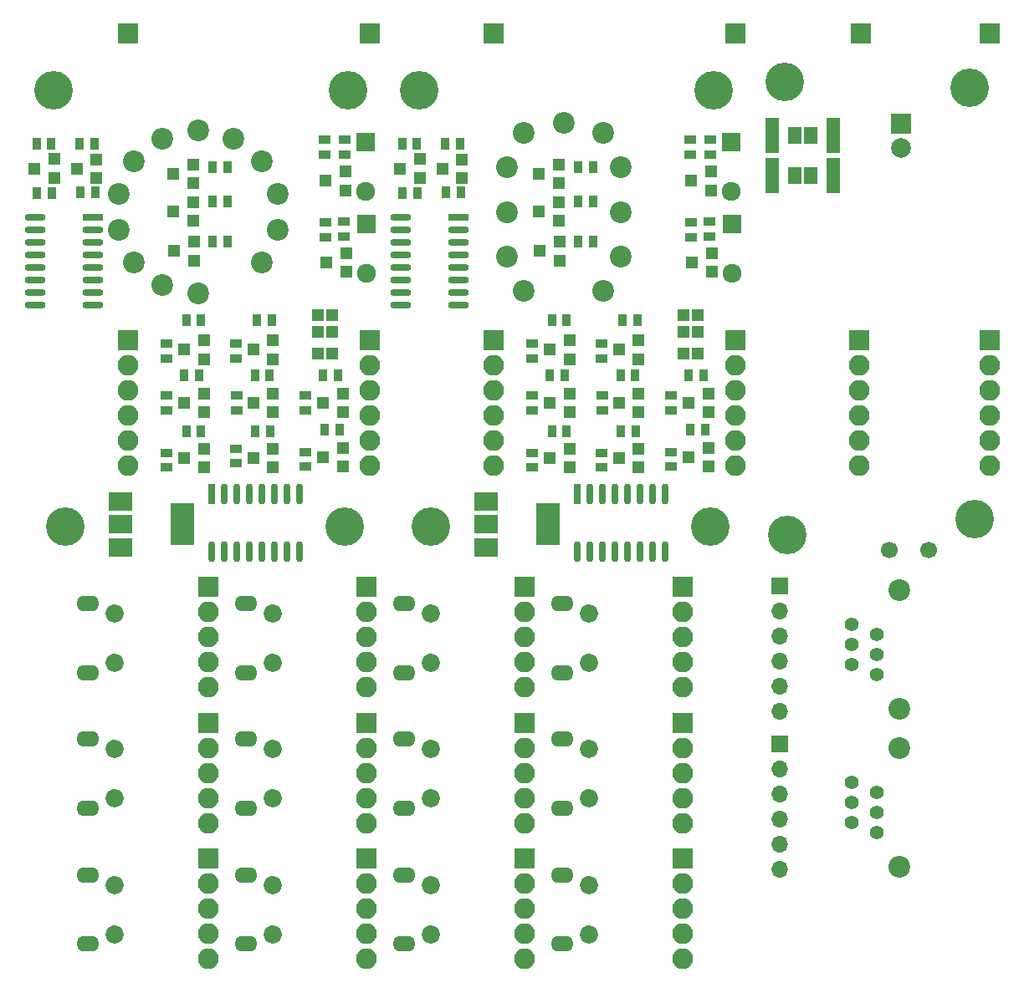
<source format=gbs>
%MOIN*%
%OFA0B0*%
%FSLAX46Y46*%
%IPPOS*%
%LPD*%
%ADD10C,0.0039370078740157488*%
%ADD11C,0.072834645669291348*%
%ADD12O,0.0905511811023622X0.062992125984251982*%
%ADD13R,0.082677165354330714X0.082677165354330714*%
%ADD14O,0.082677165354330714X0.082677165354330714*%
%ADD25C,0.0039370078740157488*%
%ADD26C,0.072834645669291348*%
%ADD27O,0.0905511811023622X0.062992125984251982*%
%ADD28R,0.082677165354330714X0.082677165354330714*%
%ADD29O,0.082677165354330714X0.082677165354330714*%
%ADD30C,0.0039370078740157488*%
%ADD31C,0.072834645669291348*%
%ADD32O,0.0905511811023622X0.062992125984251982*%
%ADD33R,0.082677165354330714X0.082677165354330714*%
%ADD34O,0.082677165354330714X0.082677165354330714*%
%ADD35C,0.0039370078740157488*%
%ADD36C,0.072834645669291348*%
%ADD37O,0.0905511811023622X0.062992125984251982*%
%ADD38R,0.082677165354330714X0.082677165354330714*%
%ADD39O,0.082677165354330714X0.082677165354330714*%
%ADD40C,0.0039370078740157488*%
%ADD41C,0.072834645669291348*%
%ADD42O,0.0905511811023622X0.062992125984251982*%
%ADD43R,0.082677165354330714X0.082677165354330714*%
%ADD44O,0.082677165354330714X0.082677165354330714*%
%ADD45C,0.0039370078740157488*%
%ADD46C,0.072834645669291348*%
%ADD47O,0.0905511811023622X0.062992125984251982*%
%ADD48R,0.082677165354330714X0.082677165354330714*%
%ADD49O,0.082677165354330714X0.082677165354330714*%
%ADD50C,0.0039370078740157488*%
%ADD51C,0.072834645669291348*%
%ADD52O,0.0905511811023622X0.062992125984251982*%
%ADD53R,0.082677165354330714X0.082677165354330714*%
%ADD54O,0.082677165354330714X0.082677165354330714*%
%ADD55C,0.0039370078740157488*%
%ADD56C,0.072834645669291348*%
%ADD57O,0.0905511811023622X0.062992125984251982*%
%ADD58R,0.082677165354330714X0.082677165354330714*%
%ADD59O,0.082677165354330714X0.082677165354330714*%
%ADD60C,0.0039370078740157488*%
%ADD61C,0.072834645669291348*%
%ADD62O,0.0905511811023622X0.062992125984251982*%
%ADD63R,0.082677165354330714X0.082677165354330714*%
%ADD64O,0.082677165354330714X0.082677165354330714*%
%ADD65C,0.0039370078740157488*%
%ADD66C,0.072834645669291348*%
%ADD67O,0.0905511811023622X0.062992125984251982*%
%ADD68R,0.082677165354330714X0.082677165354330714*%
%ADD69O,0.082677165354330714X0.082677165354330714*%
%ADD70C,0.0039370078740157488*%
%ADD71C,0.072834645669291348*%
%ADD72O,0.0905511811023622X0.062992125984251982*%
%ADD73R,0.082677165354330714X0.082677165354330714*%
%ADD74O,0.082677165354330714X0.082677165354330714*%
%ADD75C,0.0039370078740157488*%
%ADD76C,0.072834645669291348*%
%ADD77O,0.0905511811023622X0.062992125984251982*%
%ADD78R,0.082677165354330714X0.082677165354330714*%
%ADD79O,0.082677165354330714X0.082677165354330714*%
%ADD80C,0.0039370078740157488*%
%ADD81C,0.086614173228346469*%
%ADD82R,0.094488188976377951X0.16535433070866143*%
%ADD83R,0.094488188976377951X0.074803149606299218*%
%ADD84R,0.047244094488188976X0.0452755905511811*%
%ADD85R,0.051181102362204731X0.035433070866141732*%
%ADD86R,0.051181102362204731X0.047244094488188976*%
%ADD87R,0.084251968503937014X0.029133858267716535*%
%ADD88O,0.084251968503937014X0.029133858267716535*%
%ADD89R,0.029133858267716535X0.084251968503937014*%
%ADD90O,0.029133858267716535X0.084251968503937014*%
%ADD91R,0.035433070866141732X0.051181102362204731*%
%ADD92C,0.15354330708661418*%
%ADD93R,0.07574803149606299X0.07574803149606299*%
%ADD94C,0.07574803149606299*%
%ADD95R,0.082677165354330714X0.082677165354330714*%
%ADD96O,0.082677165354330714X0.082677165354330714*%
%ADD97C,0.0039370078740157488*%
%ADD98R,0.047244094488188976X0.0452755905511811*%
%ADD99C,0.15354330708661418*%
%ADD100C,0.086614173228346469*%
%ADD101R,0.051181102362204731X0.047244094488188976*%
%ADD102R,0.082677165354330714X0.082677165354330714*%
%ADD103R,0.035433070866141732X0.051181102362204731*%
%ADD104R,0.051181102362204731X0.035433070866141732*%
%ADD105R,0.029133858267716535X0.084251968503937014*%
%ADD106O,0.029133858267716535X0.084251968503937014*%
%ADD107R,0.084251968503937014X0.029133858267716535*%
%ADD108O,0.084251968503937014X0.029133858267716535*%
%ADD109O,0.082677165354330714X0.082677165354330714*%
%ADD110R,0.094488188976377951X0.16535433070866143*%
%ADD111R,0.094488188976377951X0.074803149606299218*%
%ADD112R,0.07574803149606299X0.07574803149606299*%
%ADD113C,0.07574803149606299*%
%ADD114C,0.0039370078740157488*%
%ADD115C,0.086614173228346469*%
%ADD116C,0.055118110236220472*%
%ADD117R,0.066929133858267723X0.066929133858267723*%
%ADD118O,0.066929133858267723X0.066929133858267723*%
%ADD119C,0.0039370078740157488*%
%ADD120C,0.086614173228346469*%
%ADD121C,0.055118110236220472*%
%ADD122R,0.066929133858267723X0.066929133858267723*%
%ADD123O,0.066929133858267723X0.066929133858267723*%
%ADD124C,0.0039370078740157488*%
%ADD125R,0.055118110236220472X0.14173228346456693*%
%ADD126R,0.055118110236220472X0.066929133858267723*%
%ADD127C,0.15354330708661418*%
%ADD128R,0.07874015748031496X0.07874015748031496*%
%ADD129C,0.07874015748031496*%
%ADD130C,0.066929133858267723*%
%ADD131R,0.082677165354330714X0.082677165354330714*%
%ADD132O,0.082677165354330714X0.082677165354330714*%
G01G01*
D10*
D11*
X0000196850Y0001181102D02*
X0000382283Y0001547244D03*
X0000382283Y0001350393D03*
D12*
X0000275984Y0001586614D03*
X0000275984Y0001311023D03*
D13*
X0000755905Y0001651574D03*
D14*
X0000755905Y0001551574D03*
X0000755905Y0001451574D03*
X0000755905Y0001351574D03*
X0000755905Y0001251574D03*
G04 next file*
G04 Gerber Fmt 4.6, Leading zero omitted, Abs format (unit mm)*
G04 Created by KiCad (PCBNEW 4.0.7) date 11/16/17 17:14:57*
G01G01*
G04 APERTURE LIST*
G04 APERTURE END LIST*
D25*
D26*
X0000196850Y0000639763D02*
X0000382283Y0001005905D03*
X0000382283Y0000809055D03*
D27*
X0000275984Y0001045275D03*
X0000275984Y0000769685D03*
D28*
X0000755905Y0001110236D03*
D29*
X0000755905Y0001010236D03*
X0000755905Y0000910236D03*
X0000755905Y0000810236D03*
X0000755905Y0000710236D03*
G04 next file*
G04 Gerber Fmt 4.6, Leading zero omitted, Abs format (unit mm)*
G04 Created by KiCad (PCBNEW 4.0.7) date 11/16/17 17:14:57*
G01G01*
G04 APERTURE LIST*
G04 APERTURE END LIST*
D30*
D31*
X0000196850Y0000098425D02*
X0000382283Y0000464566D03*
X0000382283Y0000267716D03*
D32*
X0000275984Y0000503937D03*
X0000275984Y0000228346D03*
D33*
X0000755905Y0000568897D03*
D34*
X0000755905Y0000468897D03*
X0000755905Y0000368897D03*
X0000755905Y0000268897D03*
X0000755905Y0000168897D03*
G04 next file*
G04 Gerber Fmt 4.6, Leading zero omitted, Abs format (unit mm)*
G04 Created by KiCad (PCBNEW 4.0.7) date 11/16/17 17:14:57*
G01G01*
G04 APERTURE LIST*
G04 APERTURE END LIST*
D35*
D36*
X0000826771Y0001181102D02*
X0001012204Y0001547244D03*
X0001012204Y0001350393D03*
D37*
X0000905905Y0001586614D03*
X0000905905Y0001311023D03*
D38*
X0001385826Y0001651574D03*
D39*
X0001385826Y0001551574D03*
X0001385826Y0001451574D03*
X0001385826Y0001351574D03*
X0001385826Y0001251574D03*
G04 next file*
G04 Gerber Fmt 4.6, Leading zero omitted, Abs format (unit mm)*
G04 Created by KiCad (PCBNEW 4.0.7) date 11/16/17 17:14:57*
G01G01*
G04 APERTURE LIST*
G04 APERTURE END LIST*
D40*
D41*
X0000826771Y0000639763D02*
X0001012204Y0001005905D03*
X0001012204Y0000809055D03*
D42*
X0000905905Y0001045275D03*
X0000905905Y0000769685D03*
D43*
X0001385826Y0001110236D03*
D44*
X0001385826Y0001010236D03*
X0001385826Y0000910236D03*
X0001385826Y0000810236D03*
X0001385826Y0000710236D03*
G04 next file*
G04 Gerber Fmt 4.6, Leading zero omitted, Abs format (unit mm)*
G04 Created by KiCad (PCBNEW 4.0.7) date 11/16/17 17:14:57*
G01G01*
G04 APERTURE LIST*
G04 APERTURE END LIST*
D45*
D46*
X0000826771Y0000098425D02*
X0001012204Y0000464566D03*
X0001012204Y0000267716D03*
D47*
X0000905905Y0000503937D03*
X0000905905Y0000228346D03*
D48*
X0001385826Y0000568897D03*
D49*
X0001385826Y0000468897D03*
X0001385826Y0000368897D03*
X0001385826Y0000268897D03*
X0001385826Y0000168897D03*
G04 next file*
G04 Gerber Fmt 4.6, Leading zero omitted, Abs format (unit mm)*
G04 Created by KiCad (PCBNEW 4.0.7) date 11/16/17 17:14:57*
G01G01*
G04 APERTURE LIST*
G04 APERTURE END LIST*
D50*
D51*
X0001456692Y0001181102D02*
X0001642125Y0001547244D03*
X0001642125Y0001350393D03*
D52*
X0001535826Y0001586614D03*
X0001535826Y0001311023D03*
D53*
X0002015748Y0001651574D03*
D54*
X0002015748Y0001551574D03*
X0002015748Y0001451574D03*
X0002015748Y0001351574D03*
X0002015748Y0001251574D03*
G04 next file*
G04 Gerber Fmt 4.6, Leading zero omitted, Abs format (unit mm)*
G04 Created by KiCad (PCBNEW 4.0.7) date 11/16/17 17:14:57*
G01G01*
G04 APERTURE LIST*
G04 APERTURE END LIST*
D55*
D56*
X0001456692Y0000639763D02*
X0001642125Y0001005905D03*
X0001642125Y0000809055D03*
D57*
X0001535826Y0001045275D03*
X0001535826Y0000769685D03*
D58*
X0002015748Y0001110236D03*
D59*
X0002015748Y0001010236D03*
X0002015748Y0000910236D03*
X0002015748Y0000810236D03*
X0002015748Y0000710236D03*
G04 next file*
G04 Gerber Fmt 4.6, Leading zero omitted, Abs format (unit mm)*
G04 Created by KiCad (PCBNEW 4.0.7) date 11/16/17 17:14:57*
G01G01*
G04 APERTURE LIST*
G04 APERTURE END LIST*
D60*
D61*
X0001456692Y0000098425D02*
X0001642125Y0000464566D03*
X0001642125Y0000267716D03*
D62*
X0001535826Y0000503937D03*
X0001535826Y0000228346D03*
D63*
X0002015748Y0000568897D03*
D64*
X0002015748Y0000468897D03*
X0002015748Y0000368897D03*
X0002015748Y0000268897D03*
X0002015748Y0000168897D03*
G04 next file*
G04 Gerber Fmt 4.6, Leading zero omitted, Abs format (unit mm)*
G04 Created by KiCad (PCBNEW 4.0.7) date 11/16/17 17:14:57*
G01G01*
G04 APERTURE LIST*
G04 APERTURE END LIST*
D65*
D66*
X0002086614Y0001181102D02*
X0002272047Y0001547244D03*
X0002272047Y0001350393D03*
D67*
X0002165748Y0001586614D03*
X0002165748Y0001311023D03*
D68*
X0002645669Y0001651574D03*
D69*
X0002645669Y0001551574D03*
X0002645669Y0001451574D03*
X0002645669Y0001351574D03*
X0002645669Y0001251574D03*
G04 next file*
G04 Gerber Fmt 4.6, Leading zero omitted, Abs format (unit mm)*
G04 Created by KiCad (PCBNEW 4.0.7) date 11/16/17 17:14:57*
G01G01*
G04 APERTURE LIST*
G04 APERTURE END LIST*
D70*
D71*
X0002086614Y0000639763D02*
X0002272047Y0001005905D03*
X0002272047Y0000809055D03*
D72*
X0002165748Y0001045275D03*
X0002165748Y0000769685D03*
D73*
X0002645669Y0001110236D03*
D74*
X0002645669Y0001010236D03*
X0002645669Y0000910236D03*
X0002645669Y0000810236D03*
X0002645669Y0000710236D03*
G04 next file*
G04 Gerber Fmt 4.6, Leading zero omitted, Abs format (unit mm)*
G04 Created by KiCad (PCBNEW 4.0.7) date 11/16/17 17:14:57*
G01G01*
G04 APERTURE LIST*
G04 APERTURE END LIST*
D75*
D76*
X0002086614Y0000098425D02*
X0002272047Y0000464566D03*
X0002272047Y0000267716D03*
D77*
X0002165748Y0000503937D03*
X0002165748Y0000228346D03*
D78*
X0002645669Y0000568897D03*
D79*
X0002645669Y0000468897D03*
X0002645669Y0000368897D03*
X0002645669Y0000268897D03*
X0002645669Y0000168897D03*
G04 next file*
G04 Gerber Fmt 4.6, Leading zero omitted, Abs format (unit mm)*
G04 Created by KiCad (PCBNEW 4.0.7) date 11/16/17 20:56:22*
G01G01*
G04 APERTURE LIST*
G04 APERTURE END LIST*
D80*
D81*
X0001456692Y0003937007D02*
X0002397368Y0003325362D03*
X0002397368Y0003148196D03*
X0002397368Y0002971031D03*
X0001944612Y0003325362D03*
X0001944612Y0003148196D03*
X0001944612Y0002971031D03*
X0002013510Y0003463157D03*
X0002328470Y0003463157D03*
X0002013510Y0002833236D03*
X0002328470Y0002833236D03*
X0002170990Y0003502527D03*
D82*
X0002110236Y0001901574D03*
D83*
X0001862204Y0001901574D03*
X0001862204Y0001992125D03*
X0001862204Y0001811023D03*
D84*
X0002706692Y0002669291D03*
X0002647637Y0002669291D03*
D85*
X0002755905Y0003437007D03*
X0002755905Y0003377952D03*
X0002677165Y0003377952D03*
X0002677165Y0003437007D03*
D86*
X0002757874Y0003309055D03*
X0002757874Y0003234251D03*
X0002679133Y0003271653D03*
D87*
X0001751968Y0003126771D03*
D88*
X0001751968Y0003076771D03*
X0001751968Y0003026771D03*
X0001751968Y0002976771D03*
X0001751968Y0002926771D03*
X0001751968Y0002876771D03*
X0001751968Y0002826771D03*
X0001521653Y0002826771D03*
X0001521653Y0002876771D03*
X0001521653Y0002926771D03*
X0001521653Y0002976771D03*
X0001521653Y0003026771D03*
X0001521653Y0003076771D03*
X0001521653Y0003126771D03*
X0001751968Y0002776771D03*
X0001521653Y0002776771D03*
D89*
X0002224015Y0002024803D03*
D90*
X0002274015Y0002024803D03*
X0002324015Y0002024803D03*
X0002374015Y0002024803D03*
X0002424015Y0002024803D03*
X0002474015Y0002024803D03*
X0002524015Y0002024803D03*
X0002524015Y0001794488D03*
X0002474015Y0001794488D03*
X0002424015Y0001794488D03*
X0002374015Y0001794488D03*
X0002324015Y0001794488D03*
X0002274015Y0001794488D03*
X0002224015Y0001794488D03*
X0002574015Y0002024803D03*
X0002574015Y0001794488D03*
D85*
X0002753937Y0003108267D03*
X0002753937Y0003049212D03*
X0002679133Y0003047244D03*
X0002679133Y0003106299D03*
D91*
X0002397637Y0002495078D03*
X0002456692Y0002495078D03*
X0002669291Y0002495078D03*
X0002728346Y0002495078D03*
X0002399606Y0002272637D03*
X0002458661Y0002272637D03*
X0002124015Y0002716535D03*
X0002183070Y0002716535D03*
X0002677165Y0002278543D03*
X0002736220Y0002278543D03*
X0002116141Y0002495078D03*
X0002175196Y0002495078D03*
X0002124015Y0002273622D03*
X0002183070Y0002273622D03*
X0001527559Y0003419291D03*
X0001586614Y0003419291D03*
X0002405511Y0002716535D03*
X0002464566Y0002716535D03*
X0001758858Y0003418307D03*
X0001699803Y0003418307D03*
X0002287401Y0003326771D03*
X0002228346Y0003326771D03*
X0002287401Y0003190944D03*
X0002228346Y0003190944D03*
X0002287401Y0003031496D03*
X0002228346Y0003031496D03*
D85*
X0002598425Y0002416338D03*
X0002598425Y0002357283D03*
X0002045275Y0002622047D03*
X0002045275Y0002562992D03*
X0002045275Y0002416338D03*
X0002045275Y0002357283D03*
X0002045275Y0002187992D03*
X0002045275Y0002128937D03*
X0002320866Y0002622047D03*
X0002320866Y0002562992D03*
X0002326771Y0002416338D03*
X0002326771Y0002357283D03*
X0002320866Y0002187992D03*
X0002320866Y0002128937D03*
X0002598425Y0002190944D03*
X0002598425Y0002131889D03*
D91*
X0001588582Y0003222440D03*
X0001529527Y0003222440D03*
X0001760826Y0003225393D03*
X0001701771Y0003225393D03*
D86*
X0002761811Y0002984251D03*
X0002761811Y0002909448D03*
X0002683070Y0002946850D03*
X0002151574Y0003336614D03*
X0002151574Y0003261811D03*
X0002072834Y0003299212D03*
X0002151574Y0003187007D03*
X0002151574Y0003112204D03*
X0002072834Y0003149606D03*
X0002155511Y0003029527D03*
X0002155511Y0002954724D03*
X0002076771Y0002992125D03*
X0002470472Y0002424212D03*
X0002470472Y0002349409D03*
X0002391732Y0002386811D03*
X0002748031Y0002424212D03*
X0002748031Y0002349409D03*
X0002669291Y0002386811D03*
X0002470472Y0002204724D03*
X0002470472Y0002129921D03*
X0002391732Y0002167322D03*
X0002194881Y0002635826D03*
X0002194881Y0002561023D03*
X0002116141Y0002598425D03*
X0002748031Y0002207677D03*
X0002748031Y0002132874D03*
X0002669291Y0002170275D03*
X0002194881Y0002424212D03*
X0002194881Y0002349409D03*
X0002116141Y0002386811D03*
X0002194881Y0002204724D03*
X0002194881Y0002129921D03*
X0002116141Y0002167322D03*
X0002470472Y0002635826D03*
X0002470472Y0002561023D03*
X0002391732Y0002598425D03*
X0001766732Y0003357283D03*
X0001766732Y0003282480D03*
X0001687992Y0003319881D03*
D84*
X0002647637Y0002584645D03*
X0002706692Y0002584645D03*
D86*
X0001598425Y0003358267D03*
X0001598425Y0003283464D03*
X0001519685Y0003320866D03*
D92*
X0002757086Y0001893700D03*
X0001641732Y0001893700D03*
X0001594488Y0003633858D03*
X0002767716Y0003633858D03*
D84*
X0002706692Y0002736220D03*
X0002647637Y0002736220D03*
D93*
X0002840551Y0003427165D03*
D94*
X0002840551Y0003230314D03*
D93*
X0002842519Y0003098425D03*
D94*
X0002842519Y0002901574D03*
D95*
X0001893700Y0002637795D03*
D96*
X0001893700Y0002537795D03*
X0001893700Y0002437795D03*
X0001893700Y0002337795D03*
X0001893700Y0002237795D03*
X0001893700Y0002137795D03*
D95*
X0002854330Y0002637795D03*
D96*
X0002854330Y0002537795D03*
X0002854330Y0002437795D03*
X0002854330Y0002337795D03*
X0002854330Y0002237795D03*
X0002854330Y0002137795D03*
D95*
X0002856299Y0003858267D03*
X0001893700Y0003858267D03*
G04 next file*
G04 Gerber Fmt 4.6, Leading zero omitted, Abs format (unit mm)*
G04 Created by KiCad (PCBNEW 4.0.7) date 11/16/17 21:01:15*
G01G01*
G04 APERTURE LIST*
G04 APERTURE END LIST*
D97*
D98*
X0000000000Y0003937007D02*
X0001250000Y0002736220D03*
X0001190944Y0002736220D03*
D99*
X0001311023Y0003633858D03*
X0000137795Y0003633858D03*
X0000185039Y0001893700D03*
X0001300393Y0001893700D03*
D100*
X0000714297Y0003473000D03*
X0000573370Y0003440834D03*
X0000460356Y0003350708D03*
X0000397637Y0003220472D03*
X0000397637Y0003075921D03*
X0000460356Y0002945685D03*
X0000573370Y0002855559D03*
X0000714297Y0002823393D03*
X0000968238Y0002945685D03*
X0001030957Y0003075921D03*
X0001030957Y0003220472D03*
X0000968238Y0003350708D03*
X0000855224Y0003440834D03*
D101*
X0000141732Y0003358267D03*
X0000141732Y0003283464D03*
X0000062992Y0003320866D03*
D98*
X0001190944Y0002584645D03*
X0001250000Y0002584645D03*
D102*
X0000437007Y0003858267D03*
D101*
X0000310039Y0003357283D03*
X0000310039Y0003282480D03*
X0000231299Y0003319881D03*
X0001013779Y0002635826D03*
X0001013779Y0002561023D03*
X0000935039Y0002598425D03*
X0000738188Y0002204724D03*
X0000738188Y0002129921D03*
X0000659448Y0002167322D03*
X0000738188Y0002424212D03*
X0000738188Y0002349409D03*
X0000659448Y0002386811D03*
X0001291338Y0002207677D03*
X0001291338Y0002132874D03*
X0001212598Y0002170275D03*
X0000738188Y0002635826D03*
X0000738188Y0002561023D03*
X0000659448Y0002598425D03*
X0001013779Y0002204724D03*
X0001013779Y0002129921D03*
X0000935039Y0002167322D03*
X0001291338Y0002424212D03*
X0001291338Y0002349409D03*
X0001212598Y0002386811D03*
X0001013779Y0002424212D03*
X0001013779Y0002349409D03*
X0000935039Y0002386811D03*
X0000698818Y0003029527D03*
X0000698818Y0002954724D03*
X0000620078Y0002992125D03*
X0000694881Y0003187007D03*
X0000694881Y0003112204D03*
X0000616141Y0003149606D03*
X0000694881Y0003336614D03*
X0000694881Y0003261811D03*
X0000616141Y0003299212D03*
X0001305118Y0002984251D03*
X0001305118Y0002909448D03*
X0001226377Y0002946850D03*
D103*
X0000304133Y0003225393D03*
X0000245078Y0003225393D03*
X0000131889Y0003222440D03*
X0000072834Y0003222440D03*
D104*
X0001141732Y0002190944D03*
X0001141732Y0002131889D03*
X0000864173Y0002622047D03*
X0000864173Y0002562992D03*
X0000588582Y0002187992D03*
X0000588582Y0002128937D03*
X0000588582Y0002416338D03*
X0000588582Y0002357283D03*
X0000588582Y0002622047D03*
X0000588582Y0002562992D03*
X0001141732Y0002416338D03*
X0001141732Y0002357283D03*
D103*
X0000830708Y0003031496D03*
X0000771653Y0003031496D03*
X0000830708Y0003190944D03*
X0000771653Y0003190944D03*
X0000830708Y0003326771D03*
X0000771653Y0003326771D03*
X0000302165Y0003418307D03*
X0000243110Y0003418307D03*
X0000948818Y0002716535D03*
X0001007874Y0002716535D03*
X0000070866Y0003419291D03*
X0000129921Y0003419291D03*
X0000667322Y0002273622D03*
X0000726377Y0002273622D03*
X0000659448Y0002495078D03*
X0000718503Y0002495078D03*
X0001220472Y0002278543D03*
X0001279527Y0002278543D03*
X0000667322Y0002716535D03*
X0000726377Y0002716535D03*
X0000942913Y0002272637D03*
X0001001968Y0002272637D03*
X0001212598Y0002495078D03*
X0001271653Y0002495078D03*
X0000940944Y0002495078D03*
X0001000000Y0002495078D03*
D104*
X0001222440Y0003047244D03*
X0001222440Y0003106299D03*
X0001297244Y0003108267D03*
X0001297244Y0003049212D03*
D105*
X0000767322Y0002024803D03*
D106*
X0000817322Y0002024803D03*
X0000867322Y0002024803D03*
X0000917322Y0002024803D03*
X0000967322Y0002024803D03*
X0001017322Y0002024803D03*
X0001067322Y0002024803D03*
X0001067322Y0001794488D03*
X0001017322Y0001794488D03*
X0000967322Y0001794488D03*
X0000917322Y0001794488D03*
X0000867322Y0001794488D03*
X0000817322Y0001794488D03*
X0000767322Y0001794488D03*
X0001117322Y0002024803D03*
X0001117322Y0001794488D03*
D107*
X0000295275Y0003126771D03*
D108*
X0000295275Y0003076771D03*
X0000295275Y0003026771D03*
X0000295275Y0002976771D03*
X0000295275Y0002926771D03*
X0000295275Y0002876771D03*
X0000295275Y0002826771D03*
X0000064960Y0002826771D03*
X0000064960Y0002876771D03*
X0000064960Y0002926771D03*
X0000064960Y0002976771D03*
X0000064960Y0003026771D03*
X0000064960Y0003076771D03*
X0000064960Y0003126771D03*
X0000295275Y0002776771D03*
X0000064960Y0002776771D03*
D101*
X0001301181Y0003309055D03*
X0001301181Y0003234251D03*
X0001222440Y0003271653D03*
D104*
X0001220472Y0003377952D03*
X0001220472Y0003437007D03*
X0001299212Y0003437007D03*
X0001299212Y0003377952D03*
D102*
X0000437007Y0002637795D03*
D109*
X0000437007Y0002537795D03*
X0000437007Y0002437795D03*
X0000437007Y0002337795D03*
X0000437007Y0002237795D03*
X0000437007Y0002137795D03*
D98*
X0001250000Y0002669291D03*
X0001190944Y0002669291D03*
D104*
X0000864173Y0002204724D03*
X0000864173Y0002145669D03*
X0000870078Y0002416338D03*
X0000870078Y0002357283D03*
D110*
X0000653543Y0001901574D03*
D111*
X0000405511Y0001901574D03*
X0000405511Y0001992125D03*
X0000405511Y0001811023D03*
D102*
X0001399606Y0003858267D03*
X0001397637Y0002637795D03*
D109*
X0001397637Y0002537795D03*
X0001397637Y0002437795D03*
X0001397637Y0002337795D03*
X0001397637Y0002237795D03*
X0001397637Y0002137795D03*
D112*
X0001385826Y0003098425D03*
D113*
X0001385826Y0002901574D03*
D112*
X0001383858Y0003427165D03*
D113*
X0001383858Y0003230314D03*
G04 next file*
G04 Gerber Fmt 4.6, Leading zero omitted, Abs format (unit mm)*
G04 Created by KiCad (PCBNEW 4.0.7) date 11/16/17 21:03:46*
G01G01*
G04 APERTURE LIST*
G04 APERTURE END LIST*
D114*
D115*
X0002913385Y0000460629D02*
X0003508267Y0000537401D03*
X0003508267Y0001009842D03*
D116*
X0003417716Y0000673622D03*
X0003317716Y0000713582D03*
X0003417716Y0000753543D03*
X0003317716Y0000793503D03*
X0003417716Y0000833464D03*
X0003317716Y0000873424D03*
D117*
X0003031496Y0001025590D03*
D118*
X0003031496Y0000925590D03*
X0003031496Y0000825590D03*
X0003031496Y0000725590D03*
X0003031496Y0000625590D03*
X0003031496Y0000525590D03*
G04 next file*
G04 Gerber Fmt 4.6, Leading zero omitted, Abs format (unit mm)*
G04 Created by KiCad (PCBNEW 4.0.7) date 11/16/17 21:03:46*
G01G01*
G04 APERTURE LIST*
G04 APERTURE END LIST*
D119*
D120*
X0002913385Y0001090551D02*
X0003508267Y0001167322D03*
X0003508267Y0001639763D03*
D121*
X0003417716Y0001303543D03*
X0003317716Y0001343503D03*
X0003417716Y0001383464D03*
X0003317716Y0001423425D03*
X0003417716Y0001463385D03*
X0003317716Y0001503346D03*
D122*
X0003031496Y0001655511D03*
D123*
X0003031496Y0001555511D03*
X0003031496Y0001455511D03*
X0003031496Y0001355511D03*
X0003031496Y0001255511D03*
X0003031496Y0001155511D03*
G04 next file*
G04 Gerber Fmt 4.6, Leading zero omitted, Abs format (unit mm)*
G04 Created by KiCad (PCBNEW 4.0.7) date 11/16/17 21:22:26*
G01G01*
G04 APERTURE LIST*
G04 APERTURE END LIST*
D124*
D125*
X0002913385Y0003937007D02*
X0003000787Y0003452755D03*
X0003244881Y0003452755D03*
D126*
X0003091338Y0003452755D03*
X0003154330Y0003452755D03*
D125*
X0003002755Y0003294488D03*
X0003246850Y0003294488D03*
D126*
X0003093307Y0003294488D03*
X0003156299Y0003294488D03*
D127*
X0003810236Y0001924409D03*
X0003062992Y0001858267D03*
X0003787401Y0003641732D03*
X0003051181Y0003665354D03*
D128*
X0003514173Y0003500196D03*
D129*
X0003514173Y0003401771D03*
D130*
X0003469685Y0001798818D03*
X0003627165Y0001798818D03*
D131*
X0003354330Y0003858267D03*
X0003868110Y0002637795D03*
D132*
X0003868110Y0002537795D03*
X0003868110Y0002437795D03*
X0003868110Y0002337795D03*
X0003868110Y0002237795D03*
X0003868110Y0002137795D03*
D131*
X0003350393Y0002637795D03*
D132*
X0003350393Y0002537795D03*
X0003350393Y0002437795D03*
X0003350393Y0002337795D03*
X0003350393Y0002237795D03*
X0003350393Y0002137795D03*
D131*
X0003868110Y0003858267D03*
M02*
</source>
